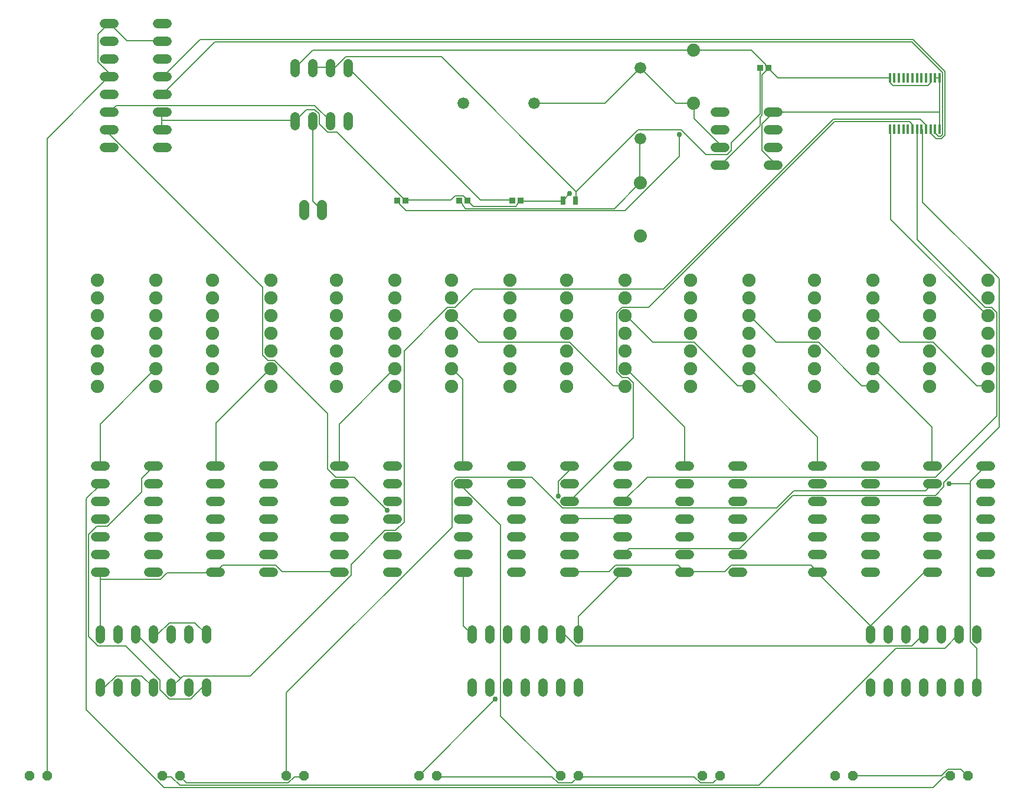
<source format=gbr>
G04 EAGLE Gerber RS-274X export*
G75*
%MOMM*%
%FSLAX34Y34*%
%LPD*%
%INTop Copper*%
%IPPOS*%
%AMOC8*
5,1,8,0,0,1.08239X$1,22.5*%
G01*
%ADD10R,0.850000X0.900000*%
%ADD11R,0.800000X1.200000*%
%ADD12C,1.676400*%
%ADD13C,1.320800*%
%ADD14P,1.429621X8X22.500000*%
%ADD15C,1.879600*%
%ADD16C,1.422400*%
%ADD17C,1.905000*%
%ADD18R,0.348000X1.397000*%
%ADD19C,0.152400*%
%ADD20C,0.756400*%


D10*
X743500Y889000D03*
X755100Y889000D03*
D11*
X816500Y889000D03*
X834500Y889000D03*
D10*
X667300Y889000D03*
X678900Y889000D03*
X578400Y889000D03*
X590000Y889000D03*
D12*
X673100Y1028700D03*
X774700Y1028700D03*
X927100Y1079500D03*
X927100Y977900D03*
D13*
X431800Y996696D02*
X431800Y1009904D01*
X457200Y1009904D02*
X457200Y996696D01*
X457200Y1072896D02*
X457200Y1086104D01*
X431800Y1086104D02*
X431800Y1072896D01*
X482600Y1009904D02*
X482600Y996696D01*
X508000Y996696D02*
X508000Y1009904D01*
X482600Y1072896D02*
X482600Y1086104D01*
X508000Y1086104D02*
X508000Y1072896D01*
X247904Y965200D02*
X234696Y965200D01*
X234696Y990600D02*
X247904Y990600D01*
X247904Y1117600D02*
X234696Y1117600D01*
X234696Y1143000D02*
X247904Y1143000D01*
X247904Y1016000D02*
X234696Y1016000D01*
X234696Y1041400D02*
X247904Y1041400D01*
X247904Y1092200D02*
X234696Y1092200D01*
X234696Y1066800D02*
X247904Y1066800D01*
X171704Y1143000D02*
X158496Y1143000D01*
X158496Y1117600D02*
X171704Y1117600D01*
X171704Y1092200D02*
X158496Y1092200D01*
X158496Y1066800D02*
X171704Y1066800D01*
X171704Y1041400D02*
X158496Y1041400D01*
X158496Y1016000D02*
X171704Y1016000D01*
X171704Y990600D02*
X158496Y990600D01*
X158496Y965200D02*
X171704Y965200D01*
X1110996Y939800D02*
X1124204Y939800D01*
X1124204Y965200D02*
X1110996Y965200D01*
X1048004Y965200D02*
X1034796Y965200D01*
X1034796Y939800D02*
X1048004Y939800D01*
X1110996Y990600D02*
X1124204Y990600D01*
X1124204Y1016000D02*
X1110996Y1016000D01*
X1048004Y990600D02*
X1034796Y990600D01*
X1034796Y1016000D02*
X1048004Y1016000D01*
D14*
X50800Y63500D03*
X76200Y63500D03*
X241300Y63500D03*
X266700Y63500D03*
X419100Y63500D03*
X444500Y63500D03*
X609600Y63500D03*
X635000Y63500D03*
X812800Y63500D03*
X838200Y63500D03*
X1016000Y63500D03*
X1041400Y63500D03*
X1206500Y63500D03*
X1231900Y63500D03*
X1371600Y63500D03*
X1397000Y63500D03*
D10*
X1099100Y1079500D03*
X1110700Y1079500D03*
D15*
X927100Y914400D03*
X927100Y838200D03*
X1003300Y1028700D03*
X1003300Y1104900D03*
D16*
X444500Y883412D02*
X444500Y869188D01*
X469900Y869188D02*
X469900Y883412D01*
D17*
X905510Y622300D03*
X905510Y647700D03*
X905510Y673100D03*
X905510Y698500D03*
X905510Y723900D03*
X905510Y749300D03*
X905510Y774700D03*
X821690Y774700D03*
X821690Y749300D03*
X821690Y723900D03*
X821690Y698500D03*
X821690Y673100D03*
X821690Y647700D03*
X821690Y622300D03*
X1426210Y622300D03*
X1426210Y647700D03*
X1426210Y673100D03*
X1426210Y698500D03*
X1426210Y723900D03*
X1426210Y749300D03*
X1426210Y774700D03*
X1342390Y774700D03*
X1342390Y749300D03*
X1342390Y723900D03*
X1342390Y698500D03*
X1342390Y673100D03*
X1342390Y647700D03*
X1342390Y622300D03*
X1261110Y622300D03*
X1261110Y647700D03*
X1261110Y673100D03*
X1261110Y698500D03*
X1261110Y723900D03*
X1261110Y749300D03*
X1261110Y774700D03*
X1177290Y774700D03*
X1177290Y749300D03*
X1177290Y723900D03*
X1177290Y698500D03*
X1177290Y673100D03*
X1177290Y647700D03*
X1177290Y622300D03*
X1083310Y622300D03*
X1083310Y647700D03*
X1083310Y673100D03*
X1083310Y698500D03*
X1083310Y723900D03*
X1083310Y749300D03*
X1083310Y774700D03*
X999490Y774700D03*
X999490Y749300D03*
X999490Y723900D03*
X999490Y698500D03*
X999490Y673100D03*
X999490Y647700D03*
X999490Y622300D03*
X656590Y622300D03*
X656590Y647700D03*
X656590Y673100D03*
X656590Y698500D03*
X656590Y723900D03*
X656590Y749300D03*
X656590Y774700D03*
X740410Y774700D03*
X740410Y749300D03*
X740410Y723900D03*
X740410Y698500D03*
X740410Y673100D03*
X740410Y647700D03*
X740410Y622300D03*
X575310Y622300D03*
X575310Y647700D03*
X575310Y673100D03*
X575310Y698500D03*
X575310Y723900D03*
X575310Y749300D03*
X575310Y774700D03*
X491490Y774700D03*
X491490Y749300D03*
X491490Y723900D03*
X491490Y698500D03*
X491490Y673100D03*
X491490Y647700D03*
X491490Y622300D03*
X397510Y622300D03*
X397510Y647700D03*
X397510Y673100D03*
X397510Y698500D03*
X397510Y723900D03*
X397510Y749300D03*
X397510Y774700D03*
X313690Y774700D03*
X313690Y749300D03*
X313690Y723900D03*
X313690Y698500D03*
X313690Y673100D03*
X313690Y647700D03*
X313690Y622300D03*
X232410Y622300D03*
X232410Y647700D03*
X232410Y673100D03*
X232410Y698500D03*
X232410Y723900D03*
X232410Y749300D03*
X232410Y774700D03*
X148590Y774700D03*
X148590Y749300D03*
X148590Y723900D03*
X148590Y698500D03*
X148590Y673100D03*
X148590Y647700D03*
X148590Y622300D03*
D18*
X1285050Y1065260D03*
X1291550Y1065260D03*
X1298050Y1065260D03*
X1311050Y1065260D03*
X1304550Y1065260D03*
X1317550Y1065260D03*
X1324050Y1065260D03*
X1330550Y1065260D03*
X1337050Y1065260D03*
X1343550Y1065260D03*
X1285050Y992140D03*
X1291550Y992140D03*
X1298050Y992140D03*
X1304550Y992140D03*
X1311050Y992140D03*
X1317550Y992140D03*
X1324050Y992140D03*
X1330550Y992140D03*
X1337050Y992140D03*
X1343550Y992140D03*
X1350050Y992140D03*
X1356550Y992140D03*
X1356550Y1065260D03*
X1350050Y1065260D03*
D13*
X997204Y508000D02*
X983996Y508000D01*
X983996Y482600D02*
X997204Y482600D01*
X997204Y355600D02*
X983996Y355600D01*
X1060196Y355600D02*
X1073404Y355600D01*
X997204Y457200D02*
X983996Y457200D01*
X983996Y431800D02*
X997204Y431800D01*
X997204Y381000D02*
X983996Y381000D01*
X983996Y406400D02*
X997204Y406400D01*
X1060196Y381000D02*
X1073404Y381000D01*
X1073404Y406400D02*
X1060196Y406400D01*
X1060196Y431800D02*
X1073404Y431800D01*
X1073404Y457200D02*
X1060196Y457200D01*
X1060196Y482600D02*
X1073404Y482600D01*
X1073404Y508000D02*
X1060196Y508000D01*
X304800Y273304D02*
X304800Y260096D01*
X279400Y260096D02*
X279400Y273304D01*
X152400Y273304D02*
X152400Y260096D01*
X152400Y197104D02*
X152400Y183896D01*
X254000Y260096D02*
X254000Y273304D01*
X228600Y273304D02*
X228600Y260096D01*
X177800Y260096D02*
X177800Y273304D01*
X203200Y273304D02*
X203200Y260096D01*
X177800Y197104D02*
X177800Y183896D01*
X203200Y183896D02*
X203200Y197104D01*
X228600Y197104D02*
X228600Y183896D01*
X254000Y183896D02*
X254000Y197104D01*
X279400Y197104D02*
X279400Y183896D01*
X304800Y183896D02*
X304800Y197104D01*
X838200Y260096D02*
X838200Y273304D01*
X812800Y273304D02*
X812800Y260096D01*
X685800Y260096D02*
X685800Y273304D01*
X685800Y197104D02*
X685800Y183896D01*
X787400Y260096D02*
X787400Y273304D01*
X762000Y273304D02*
X762000Y260096D01*
X711200Y260096D02*
X711200Y273304D01*
X736600Y273304D02*
X736600Y260096D01*
X711200Y197104D02*
X711200Y183896D01*
X736600Y183896D02*
X736600Y197104D01*
X762000Y197104D02*
X762000Y183896D01*
X787400Y183896D02*
X787400Y197104D01*
X812800Y197104D02*
X812800Y183896D01*
X838200Y183896D02*
X838200Y197104D01*
X1409700Y260096D02*
X1409700Y273304D01*
X1384300Y273304D02*
X1384300Y260096D01*
X1257300Y260096D02*
X1257300Y273304D01*
X1257300Y197104D02*
X1257300Y183896D01*
X1358900Y260096D02*
X1358900Y273304D01*
X1333500Y273304D02*
X1333500Y260096D01*
X1282700Y260096D02*
X1282700Y273304D01*
X1308100Y273304D02*
X1308100Y260096D01*
X1282700Y197104D02*
X1282700Y183896D01*
X1308100Y183896D02*
X1308100Y197104D01*
X1333500Y197104D02*
X1333500Y183896D01*
X1358900Y183896D02*
X1358900Y197104D01*
X1384300Y197104D02*
X1384300Y183896D01*
X1409700Y183896D02*
X1409700Y197104D01*
X1352804Y508000D02*
X1339596Y508000D01*
X1339596Y482600D02*
X1352804Y482600D01*
X1352804Y355600D02*
X1339596Y355600D01*
X1415796Y355600D02*
X1429004Y355600D01*
X1352804Y457200D02*
X1339596Y457200D01*
X1339596Y431800D02*
X1352804Y431800D01*
X1352804Y381000D02*
X1339596Y381000D01*
X1339596Y406400D02*
X1352804Y406400D01*
X1415796Y381000D02*
X1429004Y381000D01*
X1429004Y406400D02*
X1415796Y406400D01*
X1415796Y431800D02*
X1429004Y431800D01*
X1429004Y457200D02*
X1415796Y457200D01*
X1415796Y482600D02*
X1429004Y482600D01*
X1429004Y508000D02*
X1415796Y508000D01*
X1187704Y508000D02*
X1174496Y508000D01*
X1174496Y482600D02*
X1187704Y482600D01*
X1187704Y355600D02*
X1174496Y355600D01*
X1250696Y355600D02*
X1263904Y355600D01*
X1187704Y457200D02*
X1174496Y457200D01*
X1174496Y431800D02*
X1187704Y431800D01*
X1187704Y381000D02*
X1174496Y381000D01*
X1174496Y406400D02*
X1187704Y406400D01*
X1250696Y381000D02*
X1263904Y381000D01*
X1263904Y406400D02*
X1250696Y406400D01*
X1250696Y431800D02*
X1263904Y431800D01*
X1263904Y457200D02*
X1250696Y457200D01*
X1250696Y482600D02*
X1263904Y482600D01*
X1263904Y508000D02*
X1250696Y508000D01*
X679704Y508000D02*
X666496Y508000D01*
X666496Y482600D02*
X679704Y482600D01*
X679704Y355600D02*
X666496Y355600D01*
X742696Y355600D02*
X755904Y355600D01*
X679704Y457200D02*
X666496Y457200D01*
X666496Y431800D02*
X679704Y431800D01*
X679704Y381000D02*
X666496Y381000D01*
X666496Y406400D02*
X679704Y406400D01*
X742696Y381000D02*
X755904Y381000D01*
X755904Y406400D02*
X742696Y406400D01*
X742696Y431800D02*
X755904Y431800D01*
X755904Y457200D02*
X742696Y457200D01*
X742696Y482600D02*
X755904Y482600D01*
X755904Y508000D02*
X742696Y508000D01*
X501904Y508000D02*
X488696Y508000D01*
X488696Y482600D02*
X501904Y482600D01*
X501904Y355600D02*
X488696Y355600D01*
X564896Y355600D02*
X578104Y355600D01*
X501904Y457200D02*
X488696Y457200D01*
X488696Y431800D02*
X501904Y431800D01*
X501904Y381000D02*
X488696Y381000D01*
X488696Y406400D02*
X501904Y406400D01*
X564896Y381000D02*
X578104Y381000D01*
X578104Y406400D02*
X564896Y406400D01*
X564896Y431800D02*
X578104Y431800D01*
X578104Y457200D02*
X564896Y457200D01*
X564896Y482600D02*
X578104Y482600D01*
X578104Y508000D02*
X564896Y508000D01*
X324104Y508000D02*
X310896Y508000D01*
X310896Y482600D02*
X324104Y482600D01*
X324104Y355600D02*
X310896Y355600D01*
X387096Y355600D02*
X400304Y355600D01*
X324104Y457200D02*
X310896Y457200D01*
X310896Y431800D02*
X324104Y431800D01*
X324104Y381000D02*
X310896Y381000D01*
X310896Y406400D02*
X324104Y406400D01*
X387096Y381000D02*
X400304Y381000D01*
X400304Y406400D02*
X387096Y406400D01*
X387096Y431800D02*
X400304Y431800D01*
X400304Y457200D02*
X387096Y457200D01*
X387096Y482600D02*
X400304Y482600D01*
X400304Y508000D02*
X387096Y508000D01*
X159004Y508000D02*
X145796Y508000D01*
X145796Y482600D02*
X159004Y482600D01*
X159004Y355600D02*
X145796Y355600D01*
X221996Y355600D02*
X235204Y355600D01*
X159004Y457200D02*
X145796Y457200D01*
X145796Y431800D02*
X159004Y431800D01*
X159004Y381000D02*
X145796Y381000D01*
X145796Y406400D02*
X159004Y406400D01*
X221996Y381000D02*
X235204Y381000D01*
X235204Y406400D02*
X221996Y406400D01*
X221996Y431800D02*
X235204Y431800D01*
X235204Y457200D02*
X221996Y457200D01*
X221996Y482600D02*
X235204Y482600D01*
X235204Y508000D02*
X221996Y508000D01*
X818896Y508000D02*
X832104Y508000D01*
X832104Y482600D02*
X818896Y482600D01*
X818896Y355600D02*
X832104Y355600D01*
X895096Y355600D02*
X908304Y355600D01*
X832104Y457200D02*
X818896Y457200D01*
X818896Y431800D02*
X832104Y431800D01*
X832104Y381000D02*
X818896Y381000D01*
X818896Y406400D02*
X832104Y406400D01*
X895096Y381000D02*
X908304Y381000D01*
X908304Y406400D02*
X895096Y406400D01*
X895096Y431800D02*
X908304Y431800D01*
X908304Y457200D02*
X895096Y457200D01*
X895096Y482600D02*
X908304Y482600D01*
X908304Y508000D02*
X895096Y508000D01*
D19*
X304800Y190500D02*
X298704Y190500D01*
X281940Y173736D01*
X251460Y173736D01*
X237744Y187452D01*
X237744Y201168D01*
X188976Y249936D01*
X149352Y249936D01*
X135636Y263652D01*
X135636Y409956D01*
X147828Y422148D01*
X163068Y422148D01*
X211836Y470916D01*
X211836Y490728D01*
X228600Y507492D01*
X228600Y508000D01*
X1409700Y246888D02*
X1409700Y190500D01*
X1409700Y246888D02*
X1400556Y256032D01*
X1400556Y483108D02*
X1400556Y486156D01*
X1400556Y483108D02*
X1400556Y256032D01*
X1400556Y486156D02*
X1422400Y508000D01*
X1400556Y483108D02*
X1370076Y483108D01*
D20*
X1370076Y483108D03*
D19*
X882396Y356616D02*
X826008Y356616D01*
X882396Y356616D02*
X891540Y365760D01*
X981456Y365760D01*
X990600Y356616D01*
X826008Y356616D02*
X825500Y355600D01*
X1181100Y355092D02*
X1257300Y278892D01*
X1181100Y355092D02*
X1181100Y355600D01*
X1333500Y355092D02*
X1345692Y355092D01*
X1333500Y355092D02*
X1257300Y278892D01*
X1345692Y355092D02*
X1346200Y355600D01*
X1257300Y278892D02*
X1257300Y266700D01*
X1048512Y356616D02*
X990600Y356616D01*
X1048512Y356616D02*
X1057656Y365760D01*
X1171956Y365760D01*
X1181100Y356616D01*
X990600Y356616D02*
X990600Y355600D01*
X1181100Y355600D02*
X1181100Y356616D01*
X673608Y355092D02*
X673608Y278892D01*
X685800Y266700D01*
X673608Y355092D02*
X673100Y355600D01*
X152400Y355600D02*
X152400Y345948D01*
X152400Y266700D01*
X248412Y355092D02*
X316992Y355092D01*
X248412Y355092D02*
X239268Y345948D01*
X152400Y345948D01*
X316992Y355092D02*
X317500Y355600D01*
X413004Y356616D02*
X495300Y356616D01*
X413004Y356616D02*
X403860Y365760D01*
X327660Y365760D01*
X317500Y355600D01*
X495300Y355600D02*
X495300Y356616D01*
X254508Y62484D02*
X242316Y62484D01*
X254508Y62484D02*
X266700Y50292D01*
X1097280Y50292D01*
X1293876Y246888D01*
X1363980Y246888D01*
X1383792Y266700D01*
X242316Y62484D02*
X241300Y63500D01*
X1383792Y266700D02*
X1384300Y266700D01*
X1345692Y509016D02*
X1345692Y563880D01*
X1261872Y647700D01*
X1345692Y509016D02*
X1346200Y508000D01*
X1261872Y647700D02*
X1261110Y647700D01*
X419100Y182880D02*
X419100Y63500D01*
X419100Y182880D02*
X656844Y420624D01*
X656844Y486156D01*
X662940Y492252D01*
X771144Y492252D01*
X815340Y448056D01*
X1123188Y448056D01*
X1147572Y472440D01*
X1336548Y472440D01*
X1345692Y481584D01*
X1346200Y482600D01*
X1181100Y508000D02*
X1181100Y550164D01*
X1083564Y647700D01*
X1083310Y647700D01*
X719328Y173736D02*
X609600Y64008D01*
X609600Y63500D01*
D20*
X719328Y173736D03*
D19*
X990600Y508000D02*
X990600Y563880D01*
X906780Y647700D01*
X905510Y647700D01*
X672084Y632460D02*
X672084Y509016D01*
X672084Y632460D02*
X656844Y647700D01*
X672084Y509016D02*
X673100Y508000D01*
X656844Y647700D02*
X656590Y647700D01*
X673608Y481584D02*
X673608Y477012D01*
X726948Y423672D01*
X726948Y149352D01*
X812800Y63500D01*
X673608Y481584D02*
X673100Y482600D01*
X495300Y508000D02*
X495300Y568452D01*
X574548Y647700D01*
X575310Y647700D01*
X318516Y569976D02*
X318516Y509016D01*
X318516Y569976D02*
X396240Y647700D01*
X318516Y509016D02*
X317500Y508000D01*
X396240Y647700D02*
X397510Y647700D01*
X152400Y568452D02*
X152400Y508000D01*
X152400Y568452D02*
X231648Y647700D01*
X232410Y647700D01*
X1362456Y62484D02*
X1371600Y62484D01*
X1362456Y62484D02*
X1347216Y47244D01*
X243840Y47244D01*
X132588Y158496D01*
X132588Y461772D01*
X152400Y481584D01*
X1371600Y63500D02*
X1371600Y62484D01*
X152400Y481584D02*
X152400Y482600D01*
X1409700Y623316D02*
X1424940Y623316D01*
X1409700Y623316D02*
X1347216Y685800D01*
X1299972Y685800D01*
X1261872Y723900D01*
X1424940Y623316D02*
X1426210Y622300D01*
X1261872Y723900D02*
X1261110Y723900D01*
X1260348Y623316D02*
X1245108Y623316D01*
X1182624Y685800D01*
X1121664Y685800D01*
X1083564Y723900D01*
X1260348Y623316D02*
X1261110Y622300D01*
X1083564Y723900D02*
X1083310Y723900D01*
X1082040Y623316D02*
X1066800Y623316D01*
X1004316Y685800D01*
X944880Y685800D01*
X906780Y723900D01*
X1082040Y623316D02*
X1083310Y622300D01*
X906780Y723900D02*
X905510Y723900D01*
X905256Y623316D02*
X888492Y623316D01*
X826008Y685800D01*
X694944Y685800D01*
X656844Y723900D01*
X905256Y623316D02*
X905510Y622300D01*
X656844Y723900D02*
X656590Y723900D01*
X443484Y62484D02*
X431292Y62484D01*
X422148Y53340D01*
X275844Y53340D01*
X266700Y62484D01*
X443484Y62484D02*
X444500Y63500D01*
X266700Y63500D02*
X266700Y62484D01*
X1232916Y64008D02*
X1359408Y64008D01*
X1368552Y73152D01*
X1386840Y73152D01*
X1395984Y64008D01*
X1232916Y64008D02*
X1231900Y63500D01*
X1395984Y64008D02*
X1397000Y63500D01*
X1004316Y62484D02*
X838200Y62484D01*
X1004316Y62484D02*
X1013460Y53340D01*
X1031748Y53340D01*
X1040892Y62484D01*
X1041400Y63500D01*
X800100Y62484D02*
X635508Y62484D01*
X800100Y62484D02*
X809244Y53340D01*
X829056Y53340D01*
X838200Y62484D01*
X635508Y62484D02*
X635000Y63500D01*
X838200Y63500D02*
X838200Y62484D01*
X1350264Y1065276D02*
X1356360Y1065276D01*
X1350264Y1065276D02*
X1350050Y1065260D01*
X1356360Y1065276D02*
X1356550Y1065260D01*
X1356360Y1063752D02*
X1356360Y1016508D01*
X1356360Y993648D01*
X1356550Y992140D01*
X1356360Y1063752D02*
X1356550Y1065260D01*
X1117092Y946404D02*
X1117092Y940308D01*
X1117092Y946404D02*
X1101852Y961644D01*
X1101852Y999744D01*
X1117092Y1014984D01*
X1117092Y940308D02*
X1117600Y939800D01*
X1117092Y1014984D02*
X1117600Y1016000D01*
X1118616Y1016508D02*
X1356360Y1016508D01*
X1118616Y1016508D02*
X1117600Y1016000D01*
X815340Y888492D02*
X755904Y888492D01*
X755100Y889000D01*
X815340Y888492D02*
X816500Y889000D01*
X655320Y890016D02*
X591312Y890016D01*
X655320Y890016D02*
X661416Y896112D01*
X673608Y896112D01*
X679704Y890016D01*
X591312Y890016D02*
X590000Y889000D01*
X678900Y889000D02*
X679704Y890016D01*
X751332Y885444D02*
X754380Y888492D01*
X751332Y885444D02*
X751332Y883920D01*
X748284Y880872D01*
X687324Y880872D01*
X679704Y888492D01*
X754380Y888492D02*
X755100Y889000D01*
X679704Y888492D02*
X678900Y889000D01*
X164592Y1066800D02*
X164592Y1072896D01*
X149352Y1088136D01*
X149352Y1127760D01*
X164592Y1143000D01*
X165100Y1143000D01*
X190500Y1118616D02*
X240792Y1118616D01*
X190500Y1118616D02*
X166116Y1143000D01*
X240792Y1118616D02*
X241300Y1117600D01*
X166116Y1143000D02*
X165100Y1143000D01*
X240792Y1014984D02*
X240792Y1004316D01*
X240792Y990600D01*
X241300Y990600D01*
X240792Y1014984D02*
X241300Y1016000D01*
X240792Y1004316D02*
X431292Y1004316D01*
X431800Y1003300D01*
X492252Y987552D02*
X589788Y890016D01*
X492252Y987552D02*
X478536Y987552D01*
X466344Y999744D01*
X466344Y1013460D01*
X460248Y1019556D01*
X448056Y1019556D01*
X431800Y1003300D01*
X589788Y890016D02*
X590000Y889000D01*
X816864Y890016D02*
X826008Y899160D01*
X816864Y890016D02*
X816500Y889000D01*
X76200Y978408D02*
X76200Y63500D01*
X76200Y978408D02*
X164592Y1066800D01*
X165100Y1066800D01*
D20*
X826008Y899160D03*
D19*
X1336548Y993648D02*
X1336548Y998220D01*
X1328928Y1005840D01*
X1203960Y1005840D01*
X960120Y762000D01*
X687324Y762000D01*
X661416Y736092D01*
X650748Y736092D01*
X588264Y673608D01*
X588264Y428244D01*
X576072Y416052D01*
X560832Y416052D01*
X512064Y367284D01*
X512064Y352044D01*
X367284Y207264D01*
X271272Y207264D01*
X268224Y204216D02*
X254508Y190500D01*
X268224Y204216D02*
X271272Y207264D01*
X1337050Y992140D02*
X1336548Y993648D01*
X254508Y190500D02*
X254000Y190500D01*
X266700Y204216D02*
X204216Y266700D01*
X266700Y204216D02*
X268224Y204216D01*
X204216Y266700D02*
X203200Y266700D01*
X1331976Y886968D02*
X1331976Y992124D01*
X1331976Y886968D02*
X1441704Y777240D01*
X1441704Y563880D01*
X1362456Y484632D01*
X1362456Y478536D01*
X1350264Y466344D01*
X1146048Y466344D01*
X1069848Y390144D01*
X911352Y390144D01*
X902208Y381000D01*
X1330550Y992140D02*
X1331976Y992124D01*
X902208Y381000D02*
X901700Y381000D01*
X1324356Y833628D02*
X1324356Y992124D01*
X1324356Y833628D02*
X1421892Y736092D01*
X1431036Y736092D01*
X1438656Y728472D01*
X1438656Y580644D01*
X1350264Y492252D01*
X937260Y492252D01*
X902208Y457200D01*
X1324050Y992140D02*
X1324356Y992124D01*
X902208Y457200D02*
X901700Y457200D01*
X1316736Y993648D02*
X1316736Y999744D01*
X1313688Y1002792D01*
X1205484Y1002792D01*
X938784Y736092D01*
X900684Y736092D01*
X893064Y728472D01*
X893064Y643128D01*
X900684Y635508D01*
X909828Y635508D01*
X917448Y627888D01*
X917448Y548640D01*
X826008Y457200D01*
X1317550Y992140D02*
X1316736Y993648D01*
X826008Y457200D02*
X825500Y457200D01*
X481584Y1080516D02*
X457200Y1080516D01*
X457200Y1079500D01*
X481584Y1080516D02*
X482600Y1079500D01*
X1098804Y1078992D02*
X1098804Y1013460D01*
X1057656Y972312D01*
X1057656Y961644D01*
X1051560Y955548D01*
X1021080Y955548D01*
X986028Y990600D01*
X923544Y990600D01*
X835152Y902208D01*
X835152Y890016D01*
X1098804Y1078992D02*
X1099100Y1079500D01*
X835152Y890016D02*
X834500Y889000D01*
X489204Y1080516D02*
X483108Y1080516D01*
X489204Y1080516D02*
X504444Y1095756D01*
X641604Y1095756D01*
X835152Y902208D01*
X482600Y1079500D02*
X483108Y1080516D01*
X697992Y890016D02*
X742188Y890016D01*
X697992Y890016D02*
X509016Y1078992D01*
X742188Y890016D02*
X743500Y889000D01*
X509016Y1078992D02*
X508000Y1079500D01*
X457200Y1003300D02*
X457200Y888492D01*
X469392Y876300D01*
X469900Y876300D01*
X482600Y1003300D02*
X460248Y1025652D01*
X175260Y1025652D01*
X166116Y1016508D01*
X165100Y1016000D01*
X166116Y990600D02*
X166116Y984504D01*
X385572Y765048D01*
X385572Y667512D01*
X393192Y659892D01*
X402336Y659892D01*
X478536Y583692D01*
X478536Y504444D01*
X490728Y492252D01*
X516636Y492252D01*
X563880Y445008D01*
X166116Y990600D02*
X165100Y990600D01*
D20*
X563880Y445008D03*
D19*
X812800Y266700D02*
X818388Y266700D01*
X835152Y249936D01*
X1316736Y249936D01*
X1333500Y266700D01*
X1286256Y1057656D02*
X1286256Y1063752D01*
X1286256Y1057656D02*
X1289304Y1054608D01*
X1339596Y1054608D01*
X1342644Y1057656D01*
X1342644Y1063752D01*
X1286256Y1063752D02*
X1285050Y1065260D01*
X1342644Y1063752D02*
X1343550Y1065260D01*
X1109472Y1080516D02*
X1106424Y1083564D01*
X1106424Y1085088D01*
X1086612Y1104900D01*
X1003300Y1104900D01*
X1109472Y1080516D02*
X1110700Y1079500D01*
X1098804Y996696D02*
X1042416Y940308D01*
X1098804Y996696D02*
X1098804Y1008888D01*
X1101852Y1011936D01*
X1101852Y1069848D01*
X1110996Y1078992D01*
X1042416Y940308D02*
X1041400Y939800D01*
X1124712Y1065276D02*
X1284732Y1065276D01*
X1124712Y1065276D02*
X1110996Y1078992D01*
X1284732Y1065276D02*
X1285050Y1065260D01*
X1110996Y1078992D02*
X1110700Y1079500D01*
X838200Y292608D02*
X838200Y266700D01*
X838200Y292608D02*
X900684Y355092D01*
X901700Y355600D01*
X900684Y432816D02*
X826008Y432816D01*
X825500Y431800D01*
X900684Y432816D02*
X901700Y431800D01*
X824484Y501396D02*
X824484Y507492D01*
X824484Y501396D02*
X809244Y486156D01*
X809244Y464820D01*
X824484Y507492D02*
X825500Y508000D01*
X158496Y190500D02*
X152400Y190500D01*
X158496Y190500D02*
X175260Y207264D01*
X211836Y207264D01*
X228600Y190500D01*
X228600Y266700D02*
X234696Y266700D01*
X251460Y283464D01*
X288036Y283464D01*
X304800Y266700D01*
X457200Y1104900D02*
X1003300Y1104900D01*
X457200Y1104900D02*
X431800Y1079500D01*
D20*
X809244Y464820D03*
D19*
X1344168Y986028D02*
X1344168Y992124D01*
X1344168Y986028D02*
X1351788Y978408D01*
X1359408Y978408D01*
X1363980Y982980D01*
X1363980Y1074420D01*
X1318260Y1120140D01*
X295656Y1120140D01*
X242316Y1066800D01*
X1343550Y992140D02*
X1344168Y992124D01*
X242316Y1066800D02*
X241300Y1066800D01*
X1350264Y992124D02*
X1350264Y986028D01*
X1354836Y981456D01*
X1357884Y981456D01*
X1360932Y984504D01*
X1360932Y1072896D01*
X1316736Y1117092D01*
X316992Y1117092D01*
X241300Y1041400D01*
X1350050Y992140D02*
X1350264Y992124D01*
X1286256Y992124D02*
X1286256Y862584D01*
X1424940Y723900D01*
X1286256Y992124D02*
X1285050Y992140D01*
X1424940Y723900D02*
X1426210Y723900D01*
X672084Y883920D02*
X667512Y888492D01*
X672084Y883920D02*
X672084Y882396D01*
X676656Y877824D01*
X890016Y877824D01*
X926592Y914400D01*
X667512Y888492D02*
X667300Y889000D01*
X926592Y914400D02*
X926592Y976884D01*
X927100Y977900D01*
X927100Y914400D02*
X926592Y914400D01*
X1040892Y966216D02*
X1040892Y970788D01*
X1004316Y1007364D01*
X1004316Y1028700D01*
X1040892Y966216D02*
X1041400Y965200D01*
X1004316Y1028700D02*
X1003300Y1028700D01*
X876300Y1028700D02*
X774700Y1028700D01*
X876300Y1028700D02*
X927100Y1079500D01*
X978408Y1028700D02*
X1003300Y1028700D01*
X978408Y1028700D02*
X928116Y1078992D01*
X927100Y1079500D01*
X582168Y885444D02*
X579120Y888492D01*
X582168Y885444D02*
X582168Y883920D01*
X591312Y874776D01*
X905256Y874776D01*
X982980Y952500D01*
X982980Y984504D01*
X579120Y888492D02*
X578400Y889000D01*
D20*
X982980Y984504D03*
M02*

</source>
